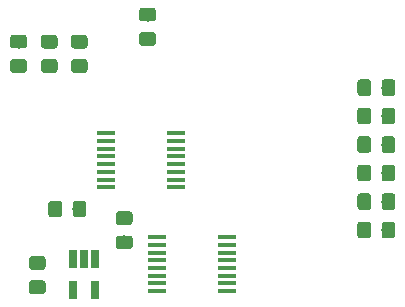
<source format=gbp>
G04 #@! TF.GenerationSoftware,KiCad,Pcbnew,(5.1.2)-1*
G04 #@! TF.CreationDate,2022-03-06T16:43:14-05:00*
G04 #@! TF.ProjectId,telemetry_breakout,74656c65-6d65-4747-9279-5f627265616b,rev?*
G04 #@! TF.SameCoordinates,Original*
G04 #@! TF.FileFunction,Paste,Bot*
G04 #@! TF.FilePolarity,Positive*
%FSLAX46Y46*%
G04 Gerber Fmt 4.6, Leading zero omitted, Abs format (unit mm)*
G04 Created by KiCad (PCBNEW (5.1.2)-1) date 2022-03-06 16:43:14*
%MOMM*%
%LPD*%
G04 APERTURE LIST*
%ADD10R,1.500000X0.450000*%
%ADD11C,0.100000*%
%ADD12C,1.150000*%
%ADD13R,0.650000X1.560000*%
G04 APERTURE END LIST*
D10*
X204695000Y-104491000D03*
X204695000Y-105141000D03*
X204695000Y-105791000D03*
X204695000Y-106441000D03*
X204695000Y-107091000D03*
X204695000Y-107741000D03*
X204695000Y-108391000D03*
X204695000Y-109041000D03*
X210595000Y-109041000D03*
X210595000Y-108391000D03*
X210595000Y-107741000D03*
X210595000Y-107091000D03*
X210595000Y-106441000D03*
X210595000Y-105791000D03*
X210595000Y-105141000D03*
X210595000Y-104491000D03*
X200377000Y-95705500D03*
X200377000Y-96355500D03*
X200377000Y-97005500D03*
X200377000Y-97655500D03*
X200377000Y-98305500D03*
X200377000Y-98955500D03*
X200377000Y-99605500D03*
X200377000Y-100255500D03*
X206277000Y-100255500D03*
X206277000Y-99605500D03*
X206277000Y-98955500D03*
X206277000Y-98305500D03*
X206277000Y-97655500D03*
X206277000Y-97005500D03*
X206277000Y-96355500D03*
X206277000Y-95705500D03*
D11*
G36*
X224649505Y-91122204D02*
G01*
X224673773Y-91125804D01*
X224697572Y-91131765D01*
X224720671Y-91140030D01*
X224742850Y-91150520D01*
X224763893Y-91163132D01*
X224783599Y-91177747D01*
X224801777Y-91194223D01*
X224818253Y-91212401D01*
X224832868Y-91232107D01*
X224845480Y-91253150D01*
X224855970Y-91275329D01*
X224864235Y-91298428D01*
X224870196Y-91322227D01*
X224873796Y-91346495D01*
X224875000Y-91370999D01*
X224875000Y-92271001D01*
X224873796Y-92295505D01*
X224870196Y-92319773D01*
X224864235Y-92343572D01*
X224855970Y-92366671D01*
X224845480Y-92388850D01*
X224832868Y-92409893D01*
X224818253Y-92429599D01*
X224801777Y-92447777D01*
X224783599Y-92464253D01*
X224763893Y-92478868D01*
X224742850Y-92491480D01*
X224720671Y-92501970D01*
X224697572Y-92510235D01*
X224673773Y-92516196D01*
X224649505Y-92519796D01*
X224625001Y-92521000D01*
X223974999Y-92521000D01*
X223950495Y-92519796D01*
X223926227Y-92516196D01*
X223902428Y-92510235D01*
X223879329Y-92501970D01*
X223857150Y-92491480D01*
X223836107Y-92478868D01*
X223816401Y-92464253D01*
X223798223Y-92447777D01*
X223781747Y-92429599D01*
X223767132Y-92409893D01*
X223754520Y-92388850D01*
X223744030Y-92366671D01*
X223735765Y-92343572D01*
X223729804Y-92319773D01*
X223726204Y-92295505D01*
X223725000Y-92271001D01*
X223725000Y-91370999D01*
X223726204Y-91346495D01*
X223729804Y-91322227D01*
X223735765Y-91298428D01*
X223744030Y-91275329D01*
X223754520Y-91253150D01*
X223767132Y-91232107D01*
X223781747Y-91212401D01*
X223798223Y-91194223D01*
X223816401Y-91177747D01*
X223836107Y-91163132D01*
X223857150Y-91150520D01*
X223879329Y-91140030D01*
X223902428Y-91131765D01*
X223926227Y-91125804D01*
X223950495Y-91122204D01*
X223974999Y-91121000D01*
X224625001Y-91121000D01*
X224649505Y-91122204D01*
X224649505Y-91122204D01*
G37*
D12*
X224300000Y-91821000D03*
D11*
G36*
X222599505Y-91122204D02*
G01*
X222623773Y-91125804D01*
X222647572Y-91131765D01*
X222670671Y-91140030D01*
X222692850Y-91150520D01*
X222713893Y-91163132D01*
X222733599Y-91177747D01*
X222751777Y-91194223D01*
X222768253Y-91212401D01*
X222782868Y-91232107D01*
X222795480Y-91253150D01*
X222805970Y-91275329D01*
X222814235Y-91298428D01*
X222820196Y-91322227D01*
X222823796Y-91346495D01*
X222825000Y-91370999D01*
X222825000Y-92271001D01*
X222823796Y-92295505D01*
X222820196Y-92319773D01*
X222814235Y-92343572D01*
X222805970Y-92366671D01*
X222795480Y-92388850D01*
X222782868Y-92409893D01*
X222768253Y-92429599D01*
X222751777Y-92447777D01*
X222733599Y-92464253D01*
X222713893Y-92478868D01*
X222692850Y-92491480D01*
X222670671Y-92501970D01*
X222647572Y-92510235D01*
X222623773Y-92516196D01*
X222599505Y-92519796D01*
X222575001Y-92521000D01*
X221924999Y-92521000D01*
X221900495Y-92519796D01*
X221876227Y-92516196D01*
X221852428Y-92510235D01*
X221829329Y-92501970D01*
X221807150Y-92491480D01*
X221786107Y-92478868D01*
X221766401Y-92464253D01*
X221748223Y-92447777D01*
X221731747Y-92429599D01*
X221717132Y-92409893D01*
X221704520Y-92388850D01*
X221694030Y-92366671D01*
X221685765Y-92343572D01*
X221679804Y-92319773D01*
X221676204Y-92295505D01*
X221675000Y-92271001D01*
X221675000Y-91370999D01*
X221676204Y-91346495D01*
X221679804Y-91322227D01*
X221685765Y-91298428D01*
X221694030Y-91275329D01*
X221704520Y-91253150D01*
X221717132Y-91232107D01*
X221731747Y-91212401D01*
X221748223Y-91194223D01*
X221766401Y-91177747D01*
X221786107Y-91163132D01*
X221807150Y-91150520D01*
X221829329Y-91140030D01*
X221852428Y-91131765D01*
X221876227Y-91125804D01*
X221900495Y-91122204D01*
X221924999Y-91121000D01*
X222575001Y-91121000D01*
X222599505Y-91122204D01*
X222599505Y-91122204D01*
G37*
D12*
X222250000Y-91821000D03*
D11*
G36*
X224640505Y-93535204D02*
G01*
X224664773Y-93538804D01*
X224688572Y-93544765D01*
X224711671Y-93553030D01*
X224733850Y-93563520D01*
X224754893Y-93576132D01*
X224774599Y-93590747D01*
X224792777Y-93607223D01*
X224809253Y-93625401D01*
X224823868Y-93645107D01*
X224836480Y-93666150D01*
X224846970Y-93688329D01*
X224855235Y-93711428D01*
X224861196Y-93735227D01*
X224864796Y-93759495D01*
X224866000Y-93783999D01*
X224866000Y-94684001D01*
X224864796Y-94708505D01*
X224861196Y-94732773D01*
X224855235Y-94756572D01*
X224846970Y-94779671D01*
X224836480Y-94801850D01*
X224823868Y-94822893D01*
X224809253Y-94842599D01*
X224792777Y-94860777D01*
X224774599Y-94877253D01*
X224754893Y-94891868D01*
X224733850Y-94904480D01*
X224711671Y-94914970D01*
X224688572Y-94923235D01*
X224664773Y-94929196D01*
X224640505Y-94932796D01*
X224616001Y-94934000D01*
X223965999Y-94934000D01*
X223941495Y-94932796D01*
X223917227Y-94929196D01*
X223893428Y-94923235D01*
X223870329Y-94914970D01*
X223848150Y-94904480D01*
X223827107Y-94891868D01*
X223807401Y-94877253D01*
X223789223Y-94860777D01*
X223772747Y-94842599D01*
X223758132Y-94822893D01*
X223745520Y-94801850D01*
X223735030Y-94779671D01*
X223726765Y-94756572D01*
X223720804Y-94732773D01*
X223717204Y-94708505D01*
X223716000Y-94684001D01*
X223716000Y-93783999D01*
X223717204Y-93759495D01*
X223720804Y-93735227D01*
X223726765Y-93711428D01*
X223735030Y-93688329D01*
X223745520Y-93666150D01*
X223758132Y-93645107D01*
X223772747Y-93625401D01*
X223789223Y-93607223D01*
X223807401Y-93590747D01*
X223827107Y-93576132D01*
X223848150Y-93563520D01*
X223870329Y-93553030D01*
X223893428Y-93544765D01*
X223917227Y-93538804D01*
X223941495Y-93535204D01*
X223965999Y-93534000D01*
X224616001Y-93534000D01*
X224640505Y-93535204D01*
X224640505Y-93535204D01*
G37*
D12*
X224291000Y-94234000D03*
D11*
G36*
X222590505Y-93535204D02*
G01*
X222614773Y-93538804D01*
X222638572Y-93544765D01*
X222661671Y-93553030D01*
X222683850Y-93563520D01*
X222704893Y-93576132D01*
X222724599Y-93590747D01*
X222742777Y-93607223D01*
X222759253Y-93625401D01*
X222773868Y-93645107D01*
X222786480Y-93666150D01*
X222796970Y-93688329D01*
X222805235Y-93711428D01*
X222811196Y-93735227D01*
X222814796Y-93759495D01*
X222816000Y-93783999D01*
X222816000Y-94684001D01*
X222814796Y-94708505D01*
X222811196Y-94732773D01*
X222805235Y-94756572D01*
X222796970Y-94779671D01*
X222786480Y-94801850D01*
X222773868Y-94822893D01*
X222759253Y-94842599D01*
X222742777Y-94860777D01*
X222724599Y-94877253D01*
X222704893Y-94891868D01*
X222683850Y-94904480D01*
X222661671Y-94914970D01*
X222638572Y-94923235D01*
X222614773Y-94929196D01*
X222590505Y-94932796D01*
X222566001Y-94934000D01*
X221915999Y-94934000D01*
X221891495Y-94932796D01*
X221867227Y-94929196D01*
X221843428Y-94923235D01*
X221820329Y-94914970D01*
X221798150Y-94904480D01*
X221777107Y-94891868D01*
X221757401Y-94877253D01*
X221739223Y-94860777D01*
X221722747Y-94842599D01*
X221708132Y-94822893D01*
X221695520Y-94801850D01*
X221685030Y-94779671D01*
X221676765Y-94756572D01*
X221670804Y-94732773D01*
X221667204Y-94708505D01*
X221666000Y-94684001D01*
X221666000Y-93783999D01*
X221667204Y-93759495D01*
X221670804Y-93735227D01*
X221676765Y-93711428D01*
X221685030Y-93688329D01*
X221695520Y-93666150D01*
X221708132Y-93645107D01*
X221722747Y-93625401D01*
X221739223Y-93607223D01*
X221757401Y-93590747D01*
X221777107Y-93576132D01*
X221798150Y-93563520D01*
X221820329Y-93553030D01*
X221843428Y-93544765D01*
X221867227Y-93538804D01*
X221891495Y-93535204D01*
X221915999Y-93534000D01*
X222566001Y-93534000D01*
X222590505Y-93535204D01*
X222590505Y-93535204D01*
G37*
D12*
X222241000Y-94234000D03*
D11*
G36*
X224640505Y-95948204D02*
G01*
X224664773Y-95951804D01*
X224688572Y-95957765D01*
X224711671Y-95966030D01*
X224733850Y-95976520D01*
X224754893Y-95989132D01*
X224774599Y-96003747D01*
X224792777Y-96020223D01*
X224809253Y-96038401D01*
X224823868Y-96058107D01*
X224836480Y-96079150D01*
X224846970Y-96101329D01*
X224855235Y-96124428D01*
X224861196Y-96148227D01*
X224864796Y-96172495D01*
X224866000Y-96196999D01*
X224866000Y-97097001D01*
X224864796Y-97121505D01*
X224861196Y-97145773D01*
X224855235Y-97169572D01*
X224846970Y-97192671D01*
X224836480Y-97214850D01*
X224823868Y-97235893D01*
X224809253Y-97255599D01*
X224792777Y-97273777D01*
X224774599Y-97290253D01*
X224754893Y-97304868D01*
X224733850Y-97317480D01*
X224711671Y-97327970D01*
X224688572Y-97336235D01*
X224664773Y-97342196D01*
X224640505Y-97345796D01*
X224616001Y-97347000D01*
X223965999Y-97347000D01*
X223941495Y-97345796D01*
X223917227Y-97342196D01*
X223893428Y-97336235D01*
X223870329Y-97327970D01*
X223848150Y-97317480D01*
X223827107Y-97304868D01*
X223807401Y-97290253D01*
X223789223Y-97273777D01*
X223772747Y-97255599D01*
X223758132Y-97235893D01*
X223745520Y-97214850D01*
X223735030Y-97192671D01*
X223726765Y-97169572D01*
X223720804Y-97145773D01*
X223717204Y-97121505D01*
X223716000Y-97097001D01*
X223716000Y-96196999D01*
X223717204Y-96172495D01*
X223720804Y-96148227D01*
X223726765Y-96124428D01*
X223735030Y-96101329D01*
X223745520Y-96079150D01*
X223758132Y-96058107D01*
X223772747Y-96038401D01*
X223789223Y-96020223D01*
X223807401Y-96003747D01*
X223827107Y-95989132D01*
X223848150Y-95976520D01*
X223870329Y-95966030D01*
X223893428Y-95957765D01*
X223917227Y-95951804D01*
X223941495Y-95948204D01*
X223965999Y-95947000D01*
X224616001Y-95947000D01*
X224640505Y-95948204D01*
X224640505Y-95948204D01*
G37*
D12*
X224291000Y-96647000D03*
D11*
G36*
X222590505Y-95948204D02*
G01*
X222614773Y-95951804D01*
X222638572Y-95957765D01*
X222661671Y-95966030D01*
X222683850Y-95976520D01*
X222704893Y-95989132D01*
X222724599Y-96003747D01*
X222742777Y-96020223D01*
X222759253Y-96038401D01*
X222773868Y-96058107D01*
X222786480Y-96079150D01*
X222796970Y-96101329D01*
X222805235Y-96124428D01*
X222811196Y-96148227D01*
X222814796Y-96172495D01*
X222816000Y-96196999D01*
X222816000Y-97097001D01*
X222814796Y-97121505D01*
X222811196Y-97145773D01*
X222805235Y-97169572D01*
X222796970Y-97192671D01*
X222786480Y-97214850D01*
X222773868Y-97235893D01*
X222759253Y-97255599D01*
X222742777Y-97273777D01*
X222724599Y-97290253D01*
X222704893Y-97304868D01*
X222683850Y-97317480D01*
X222661671Y-97327970D01*
X222638572Y-97336235D01*
X222614773Y-97342196D01*
X222590505Y-97345796D01*
X222566001Y-97347000D01*
X221915999Y-97347000D01*
X221891495Y-97345796D01*
X221867227Y-97342196D01*
X221843428Y-97336235D01*
X221820329Y-97327970D01*
X221798150Y-97317480D01*
X221777107Y-97304868D01*
X221757401Y-97290253D01*
X221739223Y-97273777D01*
X221722747Y-97255599D01*
X221708132Y-97235893D01*
X221695520Y-97214850D01*
X221685030Y-97192671D01*
X221676765Y-97169572D01*
X221670804Y-97145773D01*
X221667204Y-97121505D01*
X221666000Y-97097001D01*
X221666000Y-96196999D01*
X221667204Y-96172495D01*
X221670804Y-96148227D01*
X221676765Y-96124428D01*
X221685030Y-96101329D01*
X221695520Y-96079150D01*
X221708132Y-96058107D01*
X221722747Y-96038401D01*
X221739223Y-96020223D01*
X221757401Y-96003747D01*
X221777107Y-95989132D01*
X221798150Y-95976520D01*
X221820329Y-95966030D01*
X221843428Y-95957765D01*
X221867227Y-95951804D01*
X221891495Y-95948204D01*
X221915999Y-95947000D01*
X222566001Y-95947000D01*
X222590505Y-95948204D01*
X222590505Y-95948204D01*
G37*
D12*
X222241000Y-96647000D03*
D11*
G36*
X224640505Y-98361204D02*
G01*
X224664773Y-98364804D01*
X224688572Y-98370765D01*
X224711671Y-98379030D01*
X224733850Y-98389520D01*
X224754893Y-98402132D01*
X224774599Y-98416747D01*
X224792777Y-98433223D01*
X224809253Y-98451401D01*
X224823868Y-98471107D01*
X224836480Y-98492150D01*
X224846970Y-98514329D01*
X224855235Y-98537428D01*
X224861196Y-98561227D01*
X224864796Y-98585495D01*
X224866000Y-98609999D01*
X224866000Y-99510001D01*
X224864796Y-99534505D01*
X224861196Y-99558773D01*
X224855235Y-99582572D01*
X224846970Y-99605671D01*
X224836480Y-99627850D01*
X224823868Y-99648893D01*
X224809253Y-99668599D01*
X224792777Y-99686777D01*
X224774599Y-99703253D01*
X224754893Y-99717868D01*
X224733850Y-99730480D01*
X224711671Y-99740970D01*
X224688572Y-99749235D01*
X224664773Y-99755196D01*
X224640505Y-99758796D01*
X224616001Y-99760000D01*
X223965999Y-99760000D01*
X223941495Y-99758796D01*
X223917227Y-99755196D01*
X223893428Y-99749235D01*
X223870329Y-99740970D01*
X223848150Y-99730480D01*
X223827107Y-99717868D01*
X223807401Y-99703253D01*
X223789223Y-99686777D01*
X223772747Y-99668599D01*
X223758132Y-99648893D01*
X223745520Y-99627850D01*
X223735030Y-99605671D01*
X223726765Y-99582572D01*
X223720804Y-99558773D01*
X223717204Y-99534505D01*
X223716000Y-99510001D01*
X223716000Y-98609999D01*
X223717204Y-98585495D01*
X223720804Y-98561227D01*
X223726765Y-98537428D01*
X223735030Y-98514329D01*
X223745520Y-98492150D01*
X223758132Y-98471107D01*
X223772747Y-98451401D01*
X223789223Y-98433223D01*
X223807401Y-98416747D01*
X223827107Y-98402132D01*
X223848150Y-98389520D01*
X223870329Y-98379030D01*
X223893428Y-98370765D01*
X223917227Y-98364804D01*
X223941495Y-98361204D01*
X223965999Y-98360000D01*
X224616001Y-98360000D01*
X224640505Y-98361204D01*
X224640505Y-98361204D01*
G37*
D12*
X224291000Y-99060000D03*
D11*
G36*
X222590505Y-98361204D02*
G01*
X222614773Y-98364804D01*
X222638572Y-98370765D01*
X222661671Y-98379030D01*
X222683850Y-98389520D01*
X222704893Y-98402132D01*
X222724599Y-98416747D01*
X222742777Y-98433223D01*
X222759253Y-98451401D01*
X222773868Y-98471107D01*
X222786480Y-98492150D01*
X222796970Y-98514329D01*
X222805235Y-98537428D01*
X222811196Y-98561227D01*
X222814796Y-98585495D01*
X222816000Y-98609999D01*
X222816000Y-99510001D01*
X222814796Y-99534505D01*
X222811196Y-99558773D01*
X222805235Y-99582572D01*
X222796970Y-99605671D01*
X222786480Y-99627850D01*
X222773868Y-99648893D01*
X222759253Y-99668599D01*
X222742777Y-99686777D01*
X222724599Y-99703253D01*
X222704893Y-99717868D01*
X222683850Y-99730480D01*
X222661671Y-99740970D01*
X222638572Y-99749235D01*
X222614773Y-99755196D01*
X222590505Y-99758796D01*
X222566001Y-99760000D01*
X221915999Y-99760000D01*
X221891495Y-99758796D01*
X221867227Y-99755196D01*
X221843428Y-99749235D01*
X221820329Y-99740970D01*
X221798150Y-99730480D01*
X221777107Y-99717868D01*
X221757401Y-99703253D01*
X221739223Y-99686777D01*
X221722747Y-99668599D01*
X221708132Y-99648893D01*
X221695520Y-99627850D01*
X221685030Y-99605671D01*
X221676765Y-99582572D01*
X221670804Y-99558773D01*
X221667204Y-99534505D01*
X221666000Y-99510001D01*
X221666000Y-98609999D01*
X221667204Y-98585495D01*
X221670804Y-98561227D01*
X221676765Y-98537428D01*
X221685030Y-98514329D01*
X221695520Y-98492150D01*
X221708132Y-98471107D01*
X221722747Y-98451401D01*
X221739223Y-98433223D01*
X221757401Y-98416747D01*
X221777107Y-98402132D01*
X221798150Y-98389520D01*
X221820329Y-98379030D01*
X221843428Y-98370765D01*
X221867227Y-98364804D01*
X221891495Y-98361204D01*
X221915999Y-98360000D01*
X222566001Y-98360000D01*
X222590505Y-98361204D01*
X222590505Y-98361204D01*
G37*
D12*
X222241000Y-99060000D03*
D11*
G36*
X224649505Y-100774204D02*
G01*
X224673773Y-100777804D01*
X224697572Y-100783765D01*
X224720671Y-100792030D01*
X224742850Y-100802520D01*
X224763893Y-100815132D01*
X224783599Y-100829747D01*
X224801777Y-100846223D01*
X224818253Y-100864401D01*
X224832868Y-100884107D01*
X224845480Y-100905150D01*
X224855970Y-100927329D01*
X224864235Y-100950428D01*
X224870196Y-100974227D01*
X224873796Y-100998495D01*
X224875000Y-101022999D01*
X224875000Y-101923001D01*
X224873796Y-101947505D01*
X224870196Y-101971773D01*
X224864235Y-101995572D01*
X224855970Y-102018671D01*
X224845480Y-102040850D01*
X224832868Y-102061893D01*
X224818253Y-102081599D01*
X224801777Y-102099777D01*
X224783599Y-102116253D01*
X224763893Y-102130868D01*
X224742850Y-102143480D01*
X224720671Y-102153970D01*
X224697572Y-102162235D01*
X224673773Y-102168196D01*
X224649505Y-102171796D01*
X224625001Y-102173000D01*
X223974999Y-102173000D01*
X223950495Y-102171796D01*
X223926227Y-102168196D01*
X223902428Y-102162235D01*
X223879329Y-102153970D01*
X223857150Y-102143480D01*
X223836107Y-102130868D01*
X223816401Y-102116253D01*
X223798223Y-102099777D01*
X223781747Y-102081599D01*
X223767132Y-102061893D01*
X223754520Y-102040850D01*
X223744030Y-102018671D01*
X223735765Y-101995572D01*
X223729804Y-101971773D01*
X223726204Y-101947505D01*
X223725000Y-101923001D01*
X223725000Y-101022999D01*
X223726204Y-100998495D01*
X223729804Y-100974227D01*
X223735765Y-100950428D01*
X223744030Y-100927329D01*
X223754520Y-100905150D01*
X223767132Y-100884107D01*
X223781747Y-100864401D01*
X223798223Y-100846223D01*
X223816401Y-100829747D01*
X223836107Y-100815132D01*
X223857150Y-100802520D01*
X223879329Y-100792030D01*
X223902428Y-100783765D01*
X223926227Y-100777804D01*
X223950495Y-100774204D01*
X223974999Y-100773000D01*
X224625001Y-100773000D01*
X224649505Y-100774204D01*
X224649505Y-100774204D01*
G37*
D12*
X224300000Y-101473000D03*
D11*
G36*
X222599505Y-100774204D02*
G01*
X222623773Y-100777804D01*
X222647572Y-100783765D01*
X222670671Y-100792030D01*
X222692850Y-100802520D01*
X222713893Y-100815132D01*
X222733599Y-100829747D01*
X222751777Y-100846223D01*
X222768253Y-100864401D01*
X222782868Y-100884107D01*
X222795480Y-100905150D01*
X222805970Y-100927329D01*
X222814235Y-100950428D01*
X222820196Y-100974227D01*
X222823796Y-100998495D01*
X222825000Y-101022999D01*
X222825000Y-101923001D01*
X222823796Y-101947505D01*
X222820196Y-101971773D01*
X222814235Y-101995572D01*
X222805970Y-102018671D01*
X222795480Y-102040850D01*
X222782868Y-102061893D01*
X222768253Y-102081599D01*
X222751777Y-102099777D01*
X222733599Y-102116253D01*
X222713893Y-102130868D01*
X222692850Y-102143480D01*
X222670671Y-102153970D01*
X222647572Y-102162235D01*
X222623773Y-102168196D01*
X222599505Y-102171796D01*
X222575001Y-102173000D01*
X221924999Y-102173000D01*
X221900495Y-102171796D01*
X221876227Y-102168196D01*
X221852428Y-102162235D01*
X221829329Y-102153970D01*
X221807150Y-102143480D01*
X221786107Y-102130868D01*
X221766401Y-102116253D01*
X221748223Y-102099777D01*
X221731747Y-102081599D01*
X221717132Y-102061893D01*
X221704520Y-102040850D01*
X221694030Y-102018671D01*
X221685765Y-101995572D01*
X221679804Y-101971773D01*
X221676204Y-101947505D01*
X221675000Y-101923001D01*
X221675000Y-101022999D01*
X221676204Y-100998495D01*
X221679804Y-100974227D01*
X221685765Y-100950428D01*
X221694030Y-100927329D01*
X221704520Y-100905150D01*
X221717132Y-100884107D01*
X221731747Y-100864401D01*
X221748223Y-100846223D01*
X221766401Y-100829747D01*
X221786107Y-100815132D01*
X221807150Y-100802520D01*
X221829329Y-100792030D01*
X221852428Y-100783765D01*
X221876227Y-100777804D01*
X221900495Y-100774204D01*
X221924999Y-100773000D01*
X222575001Y-100773000D01*
X222599505Y-100774204D01*
X222599505Y-100774204D01*
G37*
D12*
X222250000Y-101473000D03*
D11*
G36*
X224640505Y-103187204D02*
G01*
X224664773Y-103190804D01*
X224688572Y-103196765D01*
X224711671Y-103205030D01*
X224733850Y-103215520D01*
X224754893Y-103228132D01*
X224774599Y-103242747D01*
X224792777Y-103259223D01*
X224809253Y-103277401D01*
X224823868Y-103297107D01*
X224836480Y-103318150D01*
X224846970Y-103340329D01*
X224855235Y-103363428D01*
X224861196Y-103387227D01*
X224864796Y-103411495D01*
X224866000Y-103435999D01*
X224866000Y-104336001D01*
X224864796Y-104360505D01*
X224861196Y-104384773D01*
X224855235Y-104408572D01*
X224846970Y-104431671D01*
X224836480Y-104453850D01*
X224823868Y-104474893D01*
X224809253Y-104494599D01*
X224792777Y-104512777D01*
X224774599Y-104529253D01*
X224754893Y-104543868D01*
X224733850Y-104556480D01*
X224711671Y-104566970D01*
X224688572Y-104575235D01*
X224664773Y-104581196D01*
X224640505Y-104584796D01*
X224616001Y-104586000D01*
X223965999Y-104586000D01*
X223941495Y-104584796D01*
X223917227Y-104581196D01*
X223893428Y-104575235D01*
X223870329Y-104566970D01*
X223848150Y-104556480D01*
X223827107Y-104543868D01*
X223807401Y-104529253D01*
X223789223Y-104512777D01*
X223772747Y-104494599D01*
X223758132Y-104474893D01*
X223745520Y-104453850D01*
X223735030Y-104431671D01*
X223726765Y-104408572D01*
X223720804Y-104384773D01*
X223717204Y-104360505D01*
X223716000Y-104336001D01*
X223716000Y-103435999D01*
X223717204Y-103411495D01*
X223720804Y-103387227D01*
X223726765Y-103363428D01*
X223735030Y-103340329D01*
X223745520Y-103318150D01*
X223758132Y-103297107D01*
X223772747Y-103277401D01*
X223789223Y-103259223D01*
X223807401Y-103242747D01*
X223827107Y-103228132D01*
X223848150Y-103215520D01*
X223870329Y-103205030D01*
X223893428Y-103196765D01*
X223917227Y-103190804D01*
X223941495Y-103187204D01*
X223965999Y-103186000D01*
X224616001Y-103186000D01*
X224640505Y-103187204D01*
X224640505Y-103187204D01*
G37*
D12*
X224291000Y-103886000D03*
D11*
G36*
X222590505Y-103187204D02*
G01*
X222614773Y-103190804D01*
X222638572Y-103196765D01*
X222661671Y-103205030D01*
X222683850Y-103215520D01*
X222704893Y-103228132D01*
X222724599Y-103242747D01*
X222742777Y-103259223D01*
X222759253Y-103277401D01*
X222773868Y-103297107D01*
X222786480Y-103318150D01*
X222796970Y-103340329D01*
X222805235Y-103363428D01*
X222811196Y-103387227D01*
X222814796Y-103411495D01*
X222816000Y-103435999D01*
X222816000Y-104336001D01*
X222814796Y-104360505D01*
X222811196Y-104384773D01*
X222805235Y-104408572D01*
X222796970Y-104431671D01*
X222786480Y-104453850D01*
X222773868Y-104474893D01*
X222759253Y-104494599D01*
X222742777Y-104512777D01*
X222724599Y-104529253D01*
X222704893Y-104543868D01*
X222683850Y-104556480D01*
X222661671Y-104566970D01*
X222638572Y-104575235D01*
X222614773Y-104581196D01*
X222590505Y-104584796D01*
X222566001Y-104586000D01*
X221915999Y-104586000D01*
X221891495Y-104584796D01*
X221867227Y-104581196D01*
X221843428Y-104575235D01*
X221820329Y-104566970D01*
X221798150Y-104556480D01*
X221777107Y-104543868D01*
X221757401Y-104529253D01*
X221739223Y-104512777D01*
X221722747Y-104494599D01*
X221708132Y-104474893D01*
X221695520Y-104453850D01*
X221685030Y-104431671D01*
X221676765Y-104408572D01*
X221670804Y-104384773D01*
X221667204Y-104360505D01*
X221666000Y-104336001D01*
X221666000Y-103435999D01*
X221667204Y-103411495D01*
X221670804Y-103387227D01*
X221676765Y-103363428D01*
X221685030Y-103340329D01*
X221695520Y-103318150D01*
X221708132Y-103297107D01*
X221722747Y-103277401D01*
X221739223Y-103259223D01*
X221757401Y-103242747D01*
X221777107Y-103228132D01*
X221798150Y-103215520D01*
X221820329Y-103205030D01*
X221843428Y-103196765D01*
X221867227Y-103190804D01*
X221891495Y-103187204D01*
X221915999Y-103186000D01*
X222566001Y-103186000D01*
X222590505Y-103187204D01*
X222590505Y-103187204D01*
G37*
D12*
X222241000Y-103886000D03*
D11*
G36*
X193451005Y-89405704D02*
G01*
X193475273Y-89409304D01*
X193499072Y-89415265D01*
X193522171Y-89423530D01*
X193544350Y-89434020D01*
X193565393Y-89446632D01*
X193585099Y-89461247D01*
X193603277Y-89477723D01*
X193619753Y-89495901D01*
X193634368Y-89515607D01*
X193646980Y-89536650D01*
X193657470Y-89558829D01*
X193665735Y-89581928D01*
X193671696Y-89605727D01*
X193675296Y-89629995D01*
X193676500Y-89654499D01*
X193676500Y-90304501D01*
X193675296Y-90329005D01*
X193671696Y-90353273D01*
X193665735Y-90377072D01*
X193657470Y-90400171D01*
X193646980Y-90422350D01*
X193634368Y-90443393D01*
X193619753Y-90463099D01*
X193603277Y-90481277D01*
X193585099Y-90497753D01*
X193565393Y-90512368D01*
X193544350Y-90524980D01*
X193522171Y-90535470D01*
X193499072Y-90543735D01*
X193475273Y-90549696D01*
X193451005Y-90553296D01*
X193426501Y-90554500D01*
X192526499Y-90554500D01*
X192501995Y-90553296D01*
X192477727Y-90549696D01*
X192453928Y-90543735D01*
X192430829Y-90535470D01*
X192408650Y-90524980D01*
X192387607Y-90512368D01*
X192367901Y-90497753D01*
X192349723Y-90481277D01*
X192333247Y-90463099D01*
X192318632Y-90443393D01*
X192306020Y-90422350D01*
X192295530Y-90400171D01*
X192287265Y-90377072D01*
X192281304Y-90353273D01*
X192277704Y-90329005D01*
X192276500Y-90304501D01*
X192276500Y-89654499D01*
X192277704Y-89629995D01*
X192281304Y-89605727D01*
X192287265Y-89581928D01*
X192295530Y-89558829D01*
X192306020Y-89536650D01*
X192318632Y-89515607D01*
X192333247Y-89495901D01*
X192349723Y-89477723D01*
X192367901Y-89461247D01*
X192387607Y-89446632D01*
X192408650Y-89434020D01*
X192430829Y-89423530D01*
X192453928Y-89415265D01*
X192477727Y-89409304D01*
X192501995Y-89405704D01*
X192526499Y-89404500D01*
X193426501Y-89404500D01*
X193451005Y-89405704D01*
X193451005Y-89405704D01*
G37*
D12*
X192976500Y-89979500D03*
D11*
G36*
X193451005Y-87355704D02*
G01*
X193475273Y-87359304D01*
X193499072Y-87365265D01*
X193522171Y-87373530D01*
X193544350Y-87384020D01*
X193565393Y-87396632D01*
X193585099Y-87411247D01*
X193603277Y-87427723D01*
X193619753Y-87445901D01*
X193634368Y-87465607D01*
X193646980Y-87486650D01*
X193657470Y-87508829D01*
X193665735Y-87531928D01*
X193671696Y-87555727D01*
X193675296Y-87579995D01*
X193676500Y-87604499D01*
X193676500Y-88254501D01*
X193675296Y-88279005D01*
X193671696Y-88303273D01*
X193665735Y-88327072D01*
X193657470Y-88350171D01*
X193646980Y-88372350D01*
X193634368Y-88393393D01*
X193619753Y-88413099D01*
X193603277Y-88431277D01*
X193585099Y-88447753D01*
X193565393Y-88462368D01*
X193544350Y-88474980D01*
X193522171Y-88485470D01*
X193499072Y-88493735D01*
X193475273Y-88499696D01*
X193451005Y-88503296D01*
X193426501Y-88504500D01*
X192526499Y-88504500D01*
X192501995Y-88503296D01*
X192477727Y-88499696D01*
X192453928Y-88493735D01*
X192430829Y-88485470D01*
X192408650Y-88474980D01*
X192387607Y-88462368D01*
X192367901Y-88447753D01*
X192349723Y-88431277D01*
X192333247Y-88413099D01*
X192318632Y-88393393D01*
X192306020Y-88372350D01*
X192295530Y-88350171D01*
X192287265Y-88327072D01*
X192281304Y-88303273D01*
X192277704Y-88279005D01*
X192276500Y-88254501D01*
X192276500Y-87604499D01*
X192277704Y-87579995D01*
X192281304Y-87555727D01*
X192287265Y-87531928D01*
X192295530Y-87508829D01*
X192306020Y-87486650D01*
X192318632Y-87465607D01*
X192333247Y-87445901D01*
X192349723Y-87427723D01*
X192367901Y-87411247D01*
X192387607Y-87396632D01*
X192408650Y-87384020D01*
X192430829Y-87373530D01*
X192453928Y-87365265D01*
X192477727Y-87359304D01*
X192501995Y-87355704D01*
X192526499Y-87354500D01*
X193426501Y-87354500D01*
X193451005Y-87355704D01*
X193451005Y-87355704D01*
G37*
D12*
X192976500Y-87929500D03*
D11*
G36*
X196054505Y-89414704D02*
G01*
X196078773Y-89418304D01*
X196102572Y-89424265D01*
X196125671Y-89432530D01*
X196147850Y-89443020D01*
X196168893Y-89455632D01*
X196188599Y-89470247D01*
X196206777Y-89486723D01*
X196223253Y-89504901D01*
X196237868Y-89524607D01*
X196250480Y-89545650D01*
X196260970Y-89567829D01*
X196269235Y-89590928D01*
X196275196Y-89614727D01*
X196278796Y-89638995D01*
X196280000Y-89663499D01*
X196280000Y-90313501D01*
X196278796Y-90338005D01*
X196275196Y-90362273D01*
X196269235Y-90386072D01*
X196260970Y-90409171D01*
X196250480Y-90431350D01*
X196237868Y-90452393D01*
X196223253Y-90472099D01*
X196206777Y-90490277D01*
X196188599Y-90506753D01*
X196168893Y-90521368D01*
X196147850Y-90533980D01*
X196125671Y-90544470D01*
X196102572Y-90552735D01*
X196078773Y-90558696D01*
X196054505Y-90562296D01*
X196030001Y-90563500D01*
X195129999Y-90563500D01*
X195105495Y-90562296D01*
X195081227Y-90558696D01*
X195057428Y-90552735D01*
X195034329Y-90544470D01*
X195012150Y-90533980D01*
X194991107Y-90521368D01*
X194971401Y-90506753D01*
X194953223Y-90490277D01*
X194936747Y-90472099D01*
X194922132Y-90452393D01*
X194909520Y-90431350D01*
X194899030Y-90409171D01*
X194890765Y-90386072D01*
X194884804Y-90362273D01*
X194881204Y-90338005D01*
X194880000Y-90313501D01*
X194880000Y-89663499D01*
X194881204Y-89638995D01*
X194884804Y-89614727D01*
X194890765Y-89590928D01*
X194899030Y-89567829D01*
X194909520Y-89545650D01*
X194922132Y-89524607D01*
X194936747Y-89504901D01*
X194953223Y-89486723D01*
X194971401Y-89470247D01*
X194991107Y-89455632D01*
X195012150Y-89443020D01*
X195034329Y-89432530D01*
X195057428Y-89424265D01*
X195081227Y-89418304D01*
X195105495Y-89414704D01*
X195129999Y-89413500D01*
X196030001Y-89413500D01*
X196054505Y-89414704D01*
X196054505Y-89414704D01*
G37*
D12*
X195580000Y-89988500D03*
D11*
G36*
X196054505Y-87364704D02*
G01*
X196078773Y-87368304D01*
X196102572Y-87374265D01*
X196125671Y-87382530D01*
X196147850Y-87393020D01*
X196168893Y-87405632D01*
X196188599Y-87420247D01*
X196206777Y-87436723D01*
X196223253Y-87454901D01*
X196237868Y-87474607D01*
X196250480Y-87495650D01*
X196260970Y-87517829D01*
X196269235Y-87540928D01*
X196275196Y-87564727D01*
X196278796Y-87588995D01*
X196280000Y-87613499D01*
X196280000Y-88263501D01*
X196278796Y-88288005D01*
X196275196Y-88312273D01*
X196269235Y-88336072D01*
X196260970Y-88359171D01*
X196250480Y-88381350D01*
X196237868Y-88402393D01*
X196223253Y-88422099D01*
X196206777Y-88440277D01*
X196188599Y-88456753D01*
X196168893Y-88471368D01*
X196147850Y-88483980D01*
X196125671Y-88494470D01*
X196102572Y-88502735D01*
X196078773Y-88508696D01*
X196054505Y-88512296D01*
X196030001Y-88513500D01*
X195129999Y-88513500D01*
X195105495Y-88512296D01*
X195081227Y-88508696D01*
X195057428Y-88502735D01*
X195034329Y-88494470D01*
X195012150Y-88483980D01*
X194991107Y-88471368D01*
X194971401Y-88456753D01*
X194953223Y-88440277D01*
X194936747Y-88422099D01*
X194922132Y-88402393D01*
X194909520Y-88381350D01*
X194899030Y-88359171D01*
X194890765Y-88336072D01*
X194884804Y-88312273D01*
X194881204Y-88288005D01*
X194880000Y-88263501D01*
X194880000Y-87613499D01*
X194881204Y-87588995D01*
X194884804Y-87564727D01*
X194890765Y-87540928D01*
X194899030Y-87517829D01*
X194909520Y-87495650D01*
X194922132Y-87474607D01*
X194936747Y-87454901D01*
X194953223Y-87436723D01*
X194971401Y-87420247D01*
X194991107Y-87405632D01*
X195012150Y-87393020D01*
X195034329Y-87382530D01*
X195057428Y-87374265D01*
X195081227Y-87368304D01*
X195105495Y-87364704D01*
X195129999Y-87363500D01*
X196030001Y-87363500D01*
X196054505Y-87364704D01*
X196054505Y-87364704D01*
G37*
D12*
X195580000Y-87938500D03*
D11*
G36*
X198594505Y-89414704D02*
G01*
X198618773Y-89418304D01*
X198642572Y-89424265D01*
X198665671Y-89432530D01*
X198687850Y-89443020D01*
X198708893Y-89455632D01*
X198728599Y-89470247D01*
X198746777Y-89486723D01*
X198763253Y-89504901D01*
X198777868Y-89524607D01*
X198790480Y-89545650D01*
X198800970Y-89567829D01*
X198809235Y-89590928D01*
X198815196Y-89614727D01*
X198818796Y-89638995D01*
X198820000Y-89663499D01*
X198820000Y-90313501D01*
X198818796Y-90338005D01*
X198815196Y-90362273D01*
X198809235Y-90386072D01*
X198800970Y-90409171D01*
X198790480Y-90431350D01*
X198777868Y-90452393D01*
X198763253Y-90472099D01*
X198746777Y-90490277D01*
X198728599Y-90506753D01*
X198708893Y-90521368D01*
X198687850Y-90533980D01*
X198665671Y-90544470D01*
X198642572Y-90552735D01*
X198618773Y-90558696D01*
X198594505Y-90562296D01*
X198570001Y-90563500D01*
X197669999Y-90563500D01*
X197645495Y-90562296D01*
X197621227Y-90558696D01*
X197597428Y-90552735D01*
X197574329Y-90544470D01*
X197552150Y-90533980D01*
X197531107Y-90521368D01*
X197511401Y-90506753D01*
X197493223Y-90490277D01*
X197476747Y-90472099D01*
X197462132Y-90452393D01*
X197449520Y-90431350D01*
X197439030Y-90409171D01*
X197430765Y-90386072D01*
X197424804Y-90362273D01*
X197421204Y-90338005D01*
X197420000Y-90313501D01*
X197420000Y-89663499D01*
X197421204Y-89638995D01*
X197424804Y-89614727D01*
X197430765Y-89590928D01*
X197439030Y-89567829D01*
X197449520Y-89545650D01*
X197462132Y-89524607D01*
X197476747Y-89504901D01*
X197493223Y-89486723D01*
X197511401Y-89470247D01*
X197531107Y-89455632D01*
X197552150Y-89443020D01*
X197574329Y-89432530D01*
X197597428Y-89424265D01*
X197621227Y-89418304D01*
X197645495Y-89414704D01*
X197669999Y-89413500D01*
X198570001Y-89413500D01*
X198594505Y-89414704D01*
X198594505Y-89414704D01*
G37*
D12*
X198120000Y-89988500D03*
D11*
G36*
X198594505Y-87364704D02*
G01*
X198618773Y-87368304D01*
X198642572Y-87374265D01*
X198665671Y-87382530D01*
X198687850Y-87393020D01*
X198708893Y-87405632D01*
X198728599Y-87420247D01*
X198746777Y-87436723D01*
X198763253Y-87454901D01*
X198777868Y-87474607D01*
X198790480Y-87495650D01*
X198800970Y-87517829D01*
X198809235Y-87540928D01*
X198815196Y-87564727D01*
X198818796Y-87588995D01*
X198820000Y-87613499D01*
X198820000Y-88263501D01*
X198818796Y-88288005D01*
X198815196Y-88312273D01*
X198809235Y-88336072D01*
X198800970Y-88359171D01*
X198790480Y-88381350D01*
X198777868Y-88402393D01*
X198763253Y-88422099D01*
X198746777Y-88440277D01*
X198728599Y-88456753D01*
X198708893Y-88471368D01*
X198687850Y-88483980D01*
X198665671Y-88494470D01*
X198642572Y-88502735D01*
X198618773Y-88508696D01*
X198594505Y-88512296D01*
X198570001Y-88513500D01*
X197669999Y-88513500D01*
X197645495Y-88512296D01*
X197621227Y-88508696D01*
X197597428Y-88502735D01*
X197574329Y-88494470D01*
X197552150Y-88483980D01*
X197531107Y-88471368D01*
X197511401Y-88456753D01*
X197493223Y-88440277D01*
X197476747Y-88422099D01*
X197462132Y-88402393D01*
X197449520Y-88381350D01*
X197439030Y-88359171D01*
X197430765Y-88336072D01*
X197424804Y-88312273D01*
X197421204Y-88288005D01*
X197420000Y-88263501D01*
X197420000Y-87613499D01*
X197421204Y-87588995D01*
X197424804Y-87564727D01*
X197430765Y-87540928D01*
X197439030Y-87517829D01*
X197449520Y-87495650D01*
X197462132Y-87474607D01*
X197476747Y-87454901D01*
X197493223Y-87436723D01*
X197511401Y-87420247D01*
X197531107Y-87405632D01*
X197552150Y-87393020D01*
X197574329Y-87382530D01*
X197597428Y-87374265D01*
X197621227Y-87368304D01*
X197645495Y-87364704D01*
X197669999Y-87363500D01*
X198570001Y-87363500D01*
X198594505Y-87364704D01*
X198594505Y-87364704D01*
G37*
D12*
X198120000Y-87938500D03*
D11*
G36*
X202404505Y-102296204D02*
G01*
X202428773Y-102299804D01*
X202452572Y-102305765D01*
X202475671Y-102314030D01*
X202497850Y-102324520D01*
X202518893Y-102337132D01*
X202538599Y-102351747D01*
X202556777Y-102368223D01*
X202573253Y-102386401D01*
X202587868Y-102406107D01*
X202600480Y-102427150D01*
X202610970Y-102449329D01*
X202619235Y-102472428D01*
X202625196Y-102496227D01*
X202628796Y-102520495D01*
X202630000Y-102544999D01*
X202630000Y-103195001D01*
X202628796Y-103219505D01*
X202625196Y-103243773D01*
X202619235Y-103267572D01*
X202610970Y-103290671D01*
X202600480Y-103312850D01*
X202587868Y-103333893D01*
X202573253Y-103353599D01*
X202556777Y-103371777D01*
X202538599Y-103388253D01*
X202518893Y-103402868D01*
X202497850Y-103415480D01*
X202475671Y-103425970D01*
X202452572Y-103434235D01*
X202428773Y-103440196D01*
X202404505Y-103443796D01*
X202380001Y-103445000D01*
X201479999Y-103445000D01*
X201455495Y-103443796D01*
X201431227Y-103440196D01*
X201407428Y-103434235D01*
X201384329Y-103425970D01*
X201362150Y-103415480D01*
X201341107Y-103402868D01*
X201321401Y-103388253D01*
X201303223Y-103371777D01*
X201286747Y-103353599D01*
X201272132Y-103333893D01*
X201259520Y-103312850D01*
X201249030Y-103290671D01*
X201240765Y-103267572D01*
X201234804Y-103243773D01*
X201231204Y-103219505D01*
X201230000Y-103195001D01*
X201230000Y-102544999D01*
X201231204Y-102520495D01*
X201234804Y-102496227D01*
X201240765Y-102472428D01*
X201249030Y-102449329D01*
X201259520Y-102427150D01*
X201272132Y-102406107D01*
X201286747Y-102386401D01*
X201303223Y-102368223D01*
X201321401Y-102351747D01*
X201341107Y-102337132D01*
X201362150Y-102324520D01*
X201384329Y-102314030D01*
X201407428Y-102305765D01*
X201431227Y-102299804D01*
X201455495Y-102296204D01*
X201479999Y-102295000D01*
X202380001Y-102295000D01*
X202404505Y-102296204D01*
X202404505Y-102296204D01*
G37*
D12*
X201930000Y-102870000D03*
D11*
G36*
X202404505Y-104346204D02*
G01*
X202428773Y-104349804D01*
X202452572Y-104355765D01*
X202475671Y-104364030D01*
X202497850Y-104374520D01*
X202518893Y-104387132D01*
X202538599Y-104401747D01*
X202556777Y-104418223D01*
X202573253Y-104436401D01*
X202587868Y-104456107D01*
X202600480Y-104477150D01*
X202610970Y-104499329D01*
X202619235Y-104522428D01*
X202625196Y-104546227D01*
X202628796Y-104570495D01*
X202630000Y-104594999D01*
X202630000Y-105245001D01*
X202628796Y-105269505D01*
X202625196Y-105293773D01*
X202619235Y-105317572D01*
X202610970Y-105340671D01*
X202600480Y-105362850D01*
X202587868Y-105383893D01*
X202573253Y-105403599D01*
X202556777Y-105421777D01*
X202538599Y-105438253D01*
X202518893Y-105452868D01*
X202497850Y-105465480D01*
X202475671Y-105475970D01*
X202452572Y-105484235D01*
X202428773Y-105490196D01*
X202404505Y-105493796D01*
X202380001Y-105495000D01*
X201479999Y-105495000D01*
X201455495Y-105493796D01*
X201431227Y-105490196D01*
X201407428Y-105484235D01*
X201384329Y-105475970D01*
X201362150Y-105465480D01*
X201341107Y-105452868D01*
X201321401Y-105438253D01*
X201303223Y-105421777D01*
X201286747Y-105403599D01*
X201272132Y-105383893D01*
X201259520Y-105362850D01*
X201249030Y-105340671D01*
X201240765Y-105317572D01*
X201234804Y-105293773D01*
X201231204Y-105269505D01*
X201230000Y-105245001D01*
X201230000Y-104594999D01*
X201231204Y-104570495D01*
X201234804Y-104546227D01*
X201240765Y-104522428D01*
X201249030Y-104499329D01*
X201259520Y-104477150D01*
X201272132Y-104456107D01*
X201286747Y-104436401D01*
X201303223Y-104418223D01*
X201321401Y-104401747D01*
X201341107Y-104387132D01*
X201362150Y-104374520D01*
X201384329Y-104364030D01*
X201407428Y-104355765D01*
X201431227Y-104349804D01*
X201455495Y-104346204D01*
X201479999Y-104345000D01*
X202380001Y-104345000D01*
X202404505Y-104346204D01*
X202404505Y-104346204D01*
G37*
D12*
X201930000Y-104920000D03*
D13*
X197551000Y-108999000D03*
X199451000Y-108999000D03*
X199451000Y-106299000D03*
X198501000Y-106299000D03*
X197551000Y-106299000D03*
D11*
G36*
X198487505Y-101409204D02*
G01*
X198511773Y-101412804D01*
X198535572Y-101418765D01*
X198558671Y-101427030D01*
X198580850Y-101437520D01*
X198601893Y-101450132D01*
X198621599Y-101464747D01*
X198639777Y-101481223D01*
X198656253Y-101499401D01*
X198670868Y-101519107D01*
X198683480Y-101540150D01*
X198693970Y-101562329D01*
X198702235Y-101585428D01*
X198708196Y-101609227D01*
X198711796Y-101633495D01*
X198713000Y-101657999D01*
X198713000Y-102558001D01*
X198711796Y-102582505D01*
X198708196Y-102606773D01*
X198702235Y-102630572D01*
X198693970Y-102653671D01*
X198683480Y-102675850D01*
X198670868Y-102696893D01*
X198656253Y-102716599D01*
X198639777Y-102734777D01*
X198621599Y-102751253D01*
X198601893Y-102765868D01*
X198580850Y-102778480D01*
X198558671Y-102788970D01*
X198535572Y-102797235D01*
X198511773Y-102803196D01*
X198487505Y-102806796D01*
X198463001Y-102808000D01*
X197812999Y-102808000D01*
X197788495Y-102806796D01*
X197764227Y-102803196D01*
X197740428Y-102797235D01*
X197717329Y-102788970D01*
X197695150Y-102778480D01*
X197674107Y-102765868D01*
X197654401Y-102751253D01*
X197636223Y-102734777D01*
X197619747Y-102716599D01*
X197605132Y-102696893D01*
X197592520Y-102675850D01*
X197582030Y-102653671D01*
X197573765Y-102630572D01*
X197567804Y-102606773D01*
X197564204Y-102582505D01*
X197563000Y-102558001D01*
X197563000Y-101657999D01*
X197564204Y-101633495D01*
X197567804Y-101609227D01*
X197573765Y-101585428D01*
X197582030Y-101562329D01*
X197592520Y-101540150D01*
X197605132Y-101519107D01*
X197619747Y-101499401D01*
X197636223Y-101481223D01*
X197654401Y-101464747D01*
X197674107Y-101450132D01*
X197695150Y-101437520D01*
X197717329Y-101427030D01*
X197740428Y-101418765D01*
X197764227Y-101412804D01*
X197788495Y-101409204D01*
X197812999Y-101408000D01*
X198463001Y-101408000D01*
X198487505Y-101409204D01*
X198487505Y-101409204D01*
G37*
D12*
X198138000Y-102108000D03*
D11*
G36*
X196437505Y-101409204D02*
G01*
X196461773Y-101412804D01*
X196485572Y-101418765D01*
X196508671Y-101427030D01*
X196530850Y-101437520D01*
X196551893Y-101450132D01*
X196571599Y-101464747D01*
X196589777Y-101481223D01*
X196606253Y-101499401D01*
X196620868Y-101519107D01*
X196633480Y-101540150D01*
X196643970Y-101562329D01*
X196652235Y-101585428D01*
X196658196Y-101609227D01*
X196661796Y-101633495D01*
X196663000Y-101657999D01*
X196663000Y-102558001D01*
X196661796Y-102582505D01*
X196658196Y-102606773D01*
X196652235Y-102630572D01*
X196643970Y-102653671D01*
X196633480Y-102675850D01*
X196620868Y-102696893D01*
X196606253Y-102716599D01*
X196589777Y-102734777D01*
X196571599Y-102751253D01*
X196551893Y-102765868D01*
X196530850Y-102778480D01*
X196508671Y-102788970D01*
X196485572Y-102797235D01*
X196461773Y-102803196D01*
X196437505Y-102806796D01*
X196413001Y-102808000D01*
X195762999Y-102808000D01*
X195738495Y-102806796D01*
X195714227Y-102803196D01*
X195690428Y-102797235D01*
X195667329Y-102788970D01*
X195645150Y-102778480D01*
X195624107Y-102765868D01*
X195604401Y-102751253D01*
X195586223Y-102734777D01*
X195569747Y-102716599D01*
X195555132Y-102696893D01*
X195542520Y-102675850D01*
X195532030Y-102653671D01*
X195523765Y-102630572D01*
X195517804Y-102606773D01*
X195514204Y-102582505D01*
X195513000Y-102558001D01*
X195513000Y-101657999D01*
X195514204Y-101633495D01*
X195517804Y-101609227D01*
X195523765Y-101585428D01*
X195532030Y-101562329D01*
X195542520Y-101540150D01*
X195555132Y-101519107D01*
X195569747Y-101499401D01*
X195586223Y-101481223D01*
X195604401Y-101464747D01*
X195624107Y-101450132D01*
X195645150Y-101437520D01*
X195667329Y-101427030D01*
X195690428Y-101418765D01*
X195714227Y-101412804D01*
X195738495Y-101409204D01*
X195762999Y-101408000D01*
X196413001Y-101408000D01*
X196437505Y-101409204D01*
X196437505Y-101409204D01*
G37*
D12*
X196088000Y-102108000D03*
D11*
G36*
X204373005Y-85069704D02*
G01*
X204397273Y-85073304D01*
X204421072Y-85079265D01*
X204444171Y-85087530D01*
X204466350Y-85098020D01*
X204487393Y-85110632D01*
X204507099Y-85125247D01*
X204525277Y-85141723D01*
X204541753Y-85159901D01*
X204556368Y-85179607D01*
X204568980Y-85200650D01*
X204579470Y-85222829D01*
X204587735Y-85245928D01*
X204593696Y-85269727D01*
X204597296Y-85293995D01*
X204598500Y-85318499D01*
X204598500Y-85968501D01*
X204597296Y-85993005D01*
X204593696Y-86017273D01*
X204587735Y-86041072D01*
X204579470Y-86064171D01*
X204568980Y-86086350D01*
X204556368Y-86107393D01*
X204541753Y-86127099D01*
X204525277Y-86145277D01*
X204507099Y-86161753D01*
X204487393Y-86176368D01*
X204466350Y-86188980D01*
X204444171Y-86199470D01*
X204421072Y-86207735D01*
X204397273Y-86213696D01*
X204373005Y-86217296D01*
X204348501Y-86218500D01*
X203448499Y-86218500D01*
X203423995Y-86217296D01*
X203399727Y-86213696D01*
X203375928Y-86207735D01*
X203352829Y-86199470D01*
X203330650Y-86188980D01*
X203309607Y-86176368D01*
X203289901Y-86161753D01*
X203271723Y-86145277D01*
X203255247Y-86127099D01*
X203240632Y-86107393D01*
X203228020Y-86086350D01*
X203217530Y-86064171D01*
X203209265Y-86041072D01*
X203203304Y-86017273D01*
X203199704Y-85993005D01*
X203198500Y-85968501D01*
X203198500Y-85318499D01*
X203199704Y-85293995D01*
X203203304Y-85269727D01*
X203209265Y-85245928D01*
X203217530Y-85222829D01*
X203228020Y-85200650D01*
X203240632Y-85179607D01*
X203255247Y-85159901D01*
X203271723Y-85141723D01*
X203289901Y-85125247D01*
X203309607Y-85110632D01*
X203330650Y-85098020D01*
X203352829Y-85087530D01*
X203375928Y-85079265D01*
X203399727Y-85073304D01*
X203423995Y-85069704D01*
X203448499Y-85068500D01*
X204348501Y-85068500D01*
X204373005Y-85069704D01*
X204373005Y-85069704D01*
G37*
D12*
X203898500Y-85643500D03*
D11*
G36*
X204373005Y-87119704D02*
G01*
X204397273Y-87123304D01*
X204421072Y-87129265D01*
X204444171Y-87137530D01*
X204466350Y-87148020D01*
X204487393Y-87160632D01*
X204507099Y-87175247D01*
X204525277Y-87191723D01*
X204541753Y-87209901D01*
X204556368Y-87229607D01*
X204568980Y-87250650D01*
X204579470Y-87272829D01*
X204587735Y-87295928D01*
X204593696Y-87319727D01*
X204597296Y-87343995D01*
X204598500Y-87368499D01*
X204598500Y-88018501D01*
X204597296Y-88043005D01*
X204593696Y-88067273D01*
X204587735Y-88091072D01*
X204579470Y-88114171D01*
X204568980Y-88136350D01*
X204556368Y-88157393D01*
X204541753Y-88177099D01*
X204525277Y-88195277D01*
X204507099Y-88211753D01*
X204487393Y-88226368D01*
X204466350Y-88238980D01*
X204444171Y-88249470D01*
X204421072Y-88257735D01*
X204397273Y-88263696D01*
X204373005Y-88267296D01*
X204348501Y-88268500D01*
X203448499Y-88268500D01*
X203423995Y-88267296D01*
X203399727Y-88263696D01*
X203375928Y-88257735D01*
X203352829Y-88249470D01*
X203330650Y-88238980D01*
X203309607Y-88226368D01*
X203289901Y-88211753D01*
X203271723Y-88195277D01*
X203255247Y-88177099D01*
X203240632Y-88157393D01*
X203228020Y-88136350D01*
X203217530Y-88114171D01*
X203209265Y-88091072D01*
X203203304Y-88067273D01*
X203199704Y-88043005D01*
X203198500Y-88018501D01*
X203198500Y-87368499D01*
X203199704Y-87343995D01*
X203203304Y-87319727D01*
X203209265Y-87295928D01*
X203217530Y-87272829D01*
X203228020Y-87250650D01*
X203240632Y-87229607D01*
X203255247Y-87209901D01*
X203271723Y-87191723D01*
X203289901Y-87175247D01*
X203309607Y-87160632D01*
X203330650Y-87148020D01*
X203352829Y-87137530D01*
X203375928Y-87129265D01*
X203399727Y-87123304D01*
X203423995Y-87119704D01*
X203448499Y-87118500D01*
X204348501Y-87118500D01*
X204373005Y-87119704D01*
X204373005Y-87119704D01*
G37*
D12*
X203898500Y-87693500D03*
D11*
G36*
X195038505Y-108147204D02*
G01*
X195062773Y-108150804D01*
X195086572Y-108156765D01*
X195109671Y-108165030D01*
X195131850Y-108175520D01*
X195152893Y-108188132D01*
X195172599Y-108202747D01*
X195190777Y-108219223D01*
X195207253Y-108237401D01*
X195221868Y-108257107D01*
X195234480Y-108278150D01*
X195244970Y-108300329D01*
X195253235Y-108323428D01*
X195259196Y-108347227D01*
X195262796Y-108371495D01*
X195264000Y-108395999D01*
X195264000Y-109046001D01*
X195262796Y-109070505D01*
X195259196Y-109094773D01*
X195253235Y-109118572D01*
X195244970Y-109141671D01*
X195234480Y-109163850D01*
X195221868Y-109184893D01*
X195207253Y-109204599D01*
X195190777Y-109222777D01*
X195172599Y-109239253D01*
X195152893Y-109253868D01*
X195131850Y-109266480D01*
X195109671Y-109276970D01*
X195086572Y-109285235D01*
X195062773Y-109291196D01*
X195038505Y-109294796D01*
X195014001Y-109296000D01*
X194113999Y-109296000D01*
X194089495Y-109294796D01*
X194065227Y-109291196D01*
X194041428Y-109285235D01*
X194018329Y-109276970D01*
X193996150Y-109266480D01*
X193975107Y-109253868D01*
X193955401Y-109239253D01*
X193937223Y-109222777D01*
X193920747Y-109204599D01*
X193906132Y-109184893D01*
X193893520Y-109163850D01*
X193883030Y-109141671D01*
X193874765Y-109118572D01*
X193868804Y-109094773D01*
X193865204Y-109070505D01*
X193864000Y-109046001D01*
X193864000Y-108395999D01*
X193865204Y-108371495D01*
X193868804Y-108347227D01*
X193874765Y-108323428D01*
X193883030Y-108300329D01*
X193893520Y-108278150D01*
X193906132Y-108257107D01*
X193920747Y-108237401D01*
X193937223Y-108219223D01*
X193955401Y-108202747D01*
X193975107Y-108188132D01*
X193996150Y-108175520D01*
X194018329Y-108165030D01*
X194041428Y-108156765D01*
X194065227Y-108150804D01*
X194089495Y-108147204D01*
X194113999Y-108146000D01*
X195014001Y-108146000D01*
X195038505Y-108147204D01*
X195038505Y-108147204D01*
G37*
D12*
X194564000Y-108721000D03*
D11*
G36*
X195038505Y-106097204D02*
G01*
X195062773Y-106100804D01*
X195086572Y-106106765D01*
X195109671Y-106115030D01*
X195131850Y-106125520D01*
X195152893Y-106138132D01*
X195172599Y-106152747D01*
X195190777Y-106169223D01*
X195207253Y-106187401D01*
X195221868Y-106207107D01*
X195234480Y-106228150D01*
X195244970Y-106250329D01*
X195253235Y-106273428D01*
X195259196Y-106297227D01*
X195262796Y-106321495D01*
X195264000Y-106345999D01*
X195264000Y-106996001D01*
X195262796Y-107020505D01*
X195259196Y-107044773D01*
X195253235Y-107068572D01*
X195244970Y-107091671D01*
X195234480Y-107113850D01*
X195221868Y-107134893D01*
X195207253Y-107154599D01*
X195190777Y-107172777D01*
X195172599Y-107189253D01*
X195152893Y-107203868D01*
X195131850Y-107216480D01*
X195109671Y-107226970D01*
X195086572Y-107235235D01*
X195062773Y-107241196D01*
X195038505Y-107244796D01*
X195014001Y-107246000D01*
X194113999Y-107246000D01*
X194089495Y-107244796D01*
X194065227Y-107241196D01*
X194041428Y-107235235D01*
X194018329Y-107226970D01*
X193996150Y-107216480D01*
X193975107Y-107203868D01*
X193955401Y-107189253D01*
X193937223Y-107172777D01*
X193920747Y-107154599D01*
X193906132Y-107134893D01*
X193893520Y-107113850D01*
X193883030Y-107091671D01*
X193874765Y-107068572D01*
X193868804Y-107044773D01*
X193865204Y-107020505D01*
X193864000Y-106996001D01*
X193864000Y-106345999D01*
X193865204Y-106321495D01*
X193868804Y-106297227D01*
X193874765Y-106273428D01*
X193883030Y-106250329D01*
X193893520Y-106228150D01*
X193906132Y-106207107D01*
X193920747Y-106187401D01*
X193937223Y-106169223D01*
X193955401Y-106152747D01*
X193975107Y-106138132D01*
X193996150Y-106125520D01*
X194018329Y-106115030D01*
X194041428Y-106106765D01*
X194065227Y-106100804D01*
X194089495Y-106097204D01*
X194113999Y-106096000D01*
X195014001Y-106096000D01*
X195038505Y-106097204D01*
X195038505Y-106097204D01*
G37*
D12*
X194564000Y-106671000D03*
M02*

</source>
